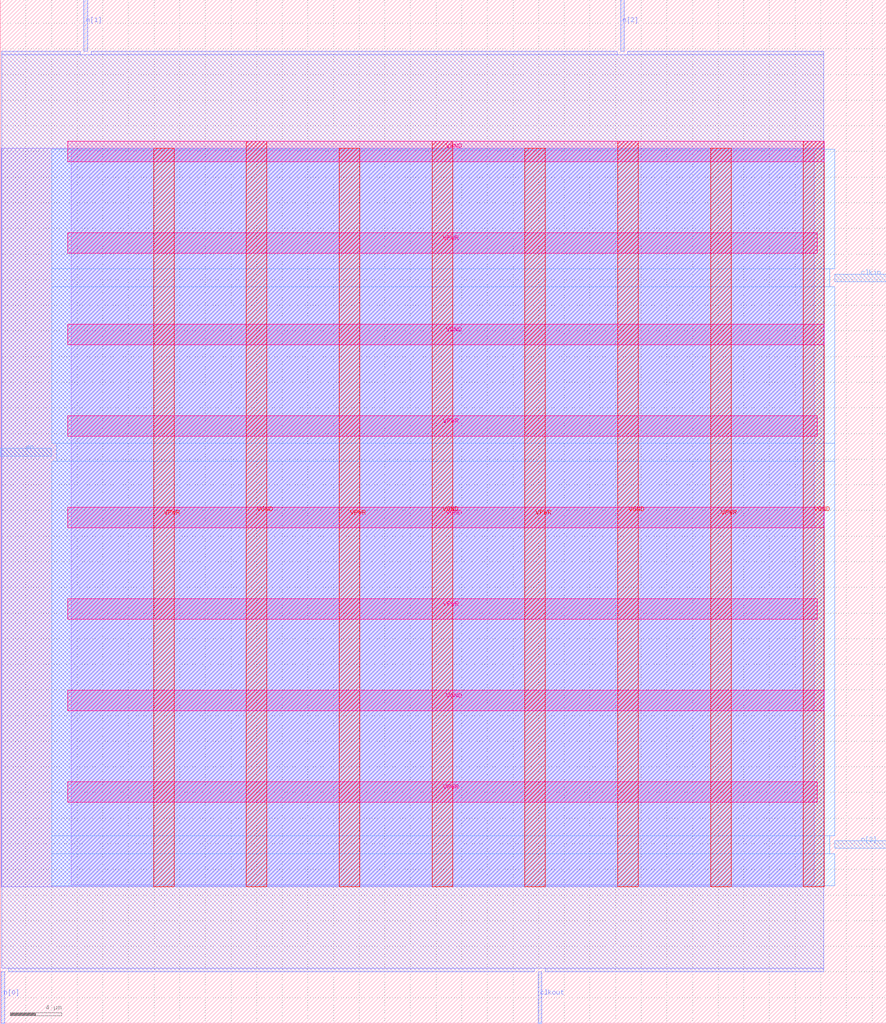
<source format=lef>
VERSION 5.7 ;
  NOWIREEXTENSIONATPIN ON ;
  DIVIDERCHAR "/" ;
  BUSBITCHARS "[]" ;
MACRO iiitb_freqdiv
  CLASS BLOCK ;
  FOREIGN iiitb_freqdiv ;
  ORIGIN 0.000 0.000 ;
  SIZE 69.110 BY 79.830 ;
  PIN VGND
    DIRECTION INOUT ;
    USE GROUND ;
    PORT
      LAYER met4 ;
        RECT 19.200 10.640 20.800 68.800 ;
    END
    PORT
      LAYER met4 ;
        RECT 33.685 10.640 35.285 68.800 ;
    END
    PORT
      LAYER met4 ;
        RECT 48.170 10.640 49.770 68.800 ;
    END
    PORT
      LAYER met4 ;
        RECT 62.655 10.640 64.255 68.800 ;
    END
    PORT
      LAYER met5 ;
        RECT 5.280 24.360 64.255 25.960 ;
    END
    PORT
      LAYER met5 ;
        RECT 5.280 38.640 64.255 40.240 ;
    END
    PORT
      LAYER met5 ;
        RECT 5.280 52.920 64.255 54.520 ;
    END
    PORT
      LAYER met5 ;
        RECT 5.280 67.200 64.255 68.800 ;
    END
  END VGND
  PIN VPWR
    DIRECTION INOUT ;
    USE POWER ;
    PORT
      LAYER met4 ;
        RECT 11.960 10.640 13.560 68.240 ;
    END
    PORT
      LAYER met4 ;
        RECT 26.445 10.640 28.045 68.240 ;
    END
    PORT
      LAYER met4 ;
        RECT 40.930 10.640 42.530 68.240 ;
    END
    PORT
      LAYER met4 ;
        RECT 55.415 10.640 57.015 68.240 ;
    END
    PORT
      LAYER met5 ;
        RECT 5.280 17.220 63.720 18.820 ;
    END
    PORT
      LAYER met5 ;
        RECT 5.280 31.500 63.720 33.100 ;
    END
    PORT
      LAYER met5 ;
        RECT 5.280 45.780 63.720 47.380 ;
    END
    PORT
      LAYER met5 ;
        RECT 5.280 60.060 63.720 61.660 ;
    END
  END VPWR
  PIN clkin
    DIRECTION INPUT ;
    USE SIGNAL ;
    PORT
      LAYER met3 ;
        RECT 65.110 57.840 69.110 58.440 ;
    END
  END clkin
  PIN clkout
    DIRECTION OUTPUT TRISTATE ;
    USE SIGNAL ;
    PORT
      LAYER met2 ;
        RECT 41.950 0.000 42.230 4.000 ;
    END
  END clkout
  PIN en
    DIRECTION INPUT ;
    USE SIGNAL ;
    PORT
      LAYER met3 ;
        RECT 0.000 44.240 4.000 44.840 ;
    END
  END en
  PIN n[0]
    DIRECTION INPUT ;
    USE SIGNAL ;
    PORT
      LAYER met2 ;
        RECT 0.090 0.000 0.370 4.000 ;
    END
  END n[0]
  PIN n[1]
    DIRECTION INPUT ;
    USE SIGNAL ;
    PORT
      LAYER met2 ;
        RECT 6.530 75.830 6.810 79.830 ;
    END
  END n[1]
  PIN n[2]
    DIRECTION INPUT ;
    USE SIGNAL ;
    PORT
      LAYER met2 ;
        RECT 48.390 75.830 48.670 79.830 ;
    END
  END n[2]
  PIN n[3]
    DIRECTION INPUT ;
    USE SIGNAL ;
    PORT
      LAYER met3 ;
        RECT 65.110 13.640 69.110 14.240 ;
    END
  END n[3]
  OBS
      LAYER li1 ;
        RECT 5.520 10.795 63.480 68.085 ;
      LAYER met1 ;
        RECT 0.070 10.640 64.255 68.240 ;
      LAYER met2 ;
        RECT 0.100 75.550 6.250 75.830 ;
        RECT 7.090 75.550 48.110 75.830 ;
        RECT 48.950 75.550 64.225 75.830 ;
        RECT 0.100 4.280 64.225 75.550 ;
        RECT 0.650 4.000 41.670 4.280 ;
        RECT 42.510 4.000 64.225 4.280 ;
      LAYER met3 ;
        RECT 4.000 58.840 65.110 68.165 ;
        RECT 4.000 57.440 64.710 58.840 ;
        RECT 4.000 45.240 65.110 57.440 ;
        RECT 4.400 43.840 65.110 45.240 ;
        RECT 4.000 14.640 65.110 43.840 ;
        RECT 4.000 13.240 64.710 14.640 ;
        RECT 4.000 10.715 65.110 13.240 ;
  END
END iiitb_freqdiv
END LIBRARY


</source>
